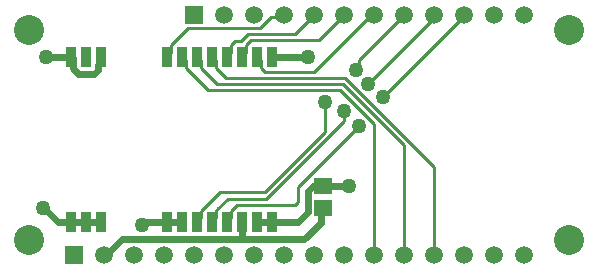
<source format=gtl>
G04*
G04 #@! TF.GenerationSoftware,Altium Limited,Altium Designer,20.1.14 (287)*
G04*
G04 Layer_Physical_Order=1*
G04 Layer_Color=255*
%FSLAX25Y25*%
%MOIN*%
G70*
G04*
G04 #@! TF.SameCoordinates,6A9D062D-DFAF-4A18-B4C3-A7C2119B1702*
G04*
G04*
G04 #@! TF.FilePolarity,Positive*
G04*
G01*
G75*
%ADD10C,0.01000*%
%ADD12R,0.03543X0.07087*%
%ADD13R,0.03543X0.07087*%
%ADD14R,0.05906X0.05512*%
%ADD22C,0.02362*%
%ADD23C,0.05906*%
%ADD24R,0.05906X0.05906*%
%ADD25C,0.10000*%
%ADD26C,0.05000*%
D10*
X119765Y69765D02*
X135000Y85000D01*
X123000Y62000D02*
X145000Y84000D01*
X128000Y57500D02*
X155000Y84500D01*
X119765Y67265D02*
Y69765D01*
X119000Y66500D02*
X119765Y67265D01*
X127750Y57500D02*
X128000D01*
X145000Y84000D02*
Y85000D01*
X155000Y84500D02*
Y85000D01*
X99500Y27500D02*
X120000Y48000D01*
X115000Y49672D02*
Y53000D01*
X108500Y46000D02*
Y56000D01*
X88828Y23500D02*
X115000Y49672D01*
X88500Y26000D02*
X108500Y46000D01*
X73587Y26000D02*
X88500D01*
X67236Y19649D02*
X73587Y26000D01*
X67236Y17212D02*
Y19649D01*
X72693Y20105D02*
X76087Y23500D01*
X79087Y21500D02*
X98500D01*
X99500Y22500D02*
Y27500D01*
X70964Y15941D02*
X72236Y17212D01*
X77236Y19649D02*
X79087Y21500D01*
X65964Y15941D02*
X67236Y17212D01*
X77236D02*
Y19649D01*
X72236Y19649D02*
X72693Y20105D01*
Y20105D01*
X75964Y15941D02*
X77236Y17212D01*
X72236D02*
Y19649D01*
X98500Y21500D02*
X99500Y22500D01*
X69587Y60000D02*
X113657D01*
X72587Y62000D02*
X114485D01*
X75587Y64000D02*
X115343D01*
X105016Y66016D02*
X124000Y85000D01*
X88571Y66016D02*
X105016D01*
X124000Y85000D02*
X125000D01*
X72236Y67351D02*
X75587Y64000D01*
X115343D02*
X145000Y34343D01*
X67236Y67351D02*
X72587Y62000D01*
X114485D02*
X135000Y41485D01*
X62236Y67351D02*
X69587Y60000D01*
X113657D02*
X125000Y48657D01*
X76087Y23500D02*
X88828D01*
X145000Y5000D02*
Y34343D01*
X125000Y5000D02*
Y48657D01*
X135000Y5000D02*
Y41485D01*
X60964Y71059D02*
X62236Y69787D01*
Y67351D02*
Y69787D01*
X65964Y71059D02*
X67236Y69787D01*
Y67351D02*
Y69787D01*
X87236Y67351D02*
Y69787D01*
Y67351D02*
X88571Y66016D01*
X70964Y71059D02*
X72236Y69787D01*
Y67351D02*
Y69787D01*
X85964Y71059D02*
X87236Y69787D01*
X84016Y76547D02*
X106547D01*
X83047Y78547D02*
X98547D01*
X57236Y72331D02*
Y74767D01*
X80602Y76102D02*
X83047Y78547D01*
X98547D02*
X105000Y85000D01*
X63016Y80547D02*
X86844D01*
X94250Y84250D02*
X95000Y85000D01*
X86844Y80547D02*
X90547Y84250D01*
X82236Y74767D02*
X84016Y76547D01*
X90547Y84250D02*
X94250D01*
X57236Y74767D02*
X63016Y80547D01*
X55964Y71059D02*
X57236Y72331D01*
X106547Y76547D02*
X115000Y85000D01*
X77693Y75193D02*
Y75224D01*
X77236Y74736D02*
X77693Y75193D01*
X77236Y72331D02*
Y74736D01*
X75964Y71059D02*
X77236Y72331D01*
X77693Y75224D02*
X78571Y76102D01*
X80602D01*
X80964Y71059D02*
X82236Y72331D01*
Y74767D01*
D12*
X55964Y15941D02*
D03*
X24035D02*
D03*
X29035D02*
D03*
X34035D02*
D03*
X60964D02*
D03*
X65964D02*
D03*
X70964D02*
D03*
X75964D02*
D03*
X80964D02*
D03*
X85964D02*
D03*
X90964D02*
D03*
X34035Y71059D02*
D03*
X29035D02*
D03*
X24035D02*
D03*
D13*
X90964D02*
D03*
X85964D02*
D03*
X80964D02*
D03*
X75964D02*
D03*
X70964D02*
D03*
X65964D02*
D03*
X60964D02*
D03*
X55964D02*
D03*
D14*
X108000Y20520D02*
D03*
Y28000D02*
D03*
D22*
X26360Y65335D02*
X31710D01*
X23976Y71000D02*
X24035Y71059D01*
X34035Y69287D02*
Y71059D01*
X90964D02*
X103059D01*
X85964Y15941D02*
X90964D01*
X24626Y67069D02*
X26360Y65335D01*
X15500Y71000D02*
X23976D01*
X32988Y68240D02*
X34035Y69287D01*
X55964Y15941D02*
X60964D01*
X19559D02*
X24035D01*
X24626Y67069D02*
Y70468D01*
X32988Y66612D02*
Y68240D01*
X48441Y15941D02*
X55964D01*
X14500Y20500D02*
X15000D01*
X24035Y15941D02*
X29035D01*
X24035Y71059D02*
X24626Y70468D01*
X31710Y65335D02*
X32988Y66612D01*
X47500Y15000D02*
X48441Y15941D01*
X15000Y20500D02*
X19559Y15941D01*
X29035D02*
X34035D01*
X102750Y19250D02*
Y26250D01*
X104500Y28000D01*
X108000D01*
X80964Y10216D02*
Y15941D01*
Y10216D02*
X101716D01*
X40801D02*
X80964D01*
X108000Y28000D02*
X116500D01*
X99441Y15941D02*
X102750Y19250D01*
X90964Y15941D02*
X99441D01*
X107104Y19624D02*
X108000Y20520D01*
X107104Y15604D02*
Y19624D01*
X101716Y10216D02*
X107104Y15604D01*
X35585Y5000D02*
X40801Y10216D01*
X35000Y5000D02*
X35585D01*
D23*
X75000Y85000D02*
D03*
X85000D02*
D03*
X95000D02*
D03*
X105000D02*
D03*
X115000D02*
D03*
X125000D02*
D03*
X135000D02*
D03*
X145000D02*
D03*
X155000D02*
D03*
X165000D02*
D03*
X175000D02*
D03*
X35000Y5000D02*
D03*
X45000D02*
D03*
X55000D02*
D03*
X65000D02*
D03*
X75000D02*
D03*
X85000D02*
D03*
X95000D02*
D03*
X105000D02*
D03*
X115000D02*
D03*
X125000D02*
D03*
X135000D02*
D03*
X145000D02*
D03*
X155000D02*
D03*
X165000D02*
D03*
X175000D02*
D03*
D24*
X65000Y85000D02*
D03*
X25000Y5000D02*
D03*
D25*
X190000Y10000D02*
D03*
Y80000D02*
D03*
X10000D02*
D03*
Y10000D02*
D03*
D26*
X127750Y57500D02*
D03*
X123000Y62000D02*
D03*
X119000Y66500D02*
D03*
X108500Y56000D02*
D03*
X115000Y53000D02*
D03*
X120000Y48000D02*
D03*
X47500Y15000D02*
D03*
X103059Y71059D02*
D03*
X14500Y20500D02*
D03*
X15500Y71000D02*
D03*
X116500Y28000D02*
D03*
M02*

</source>
